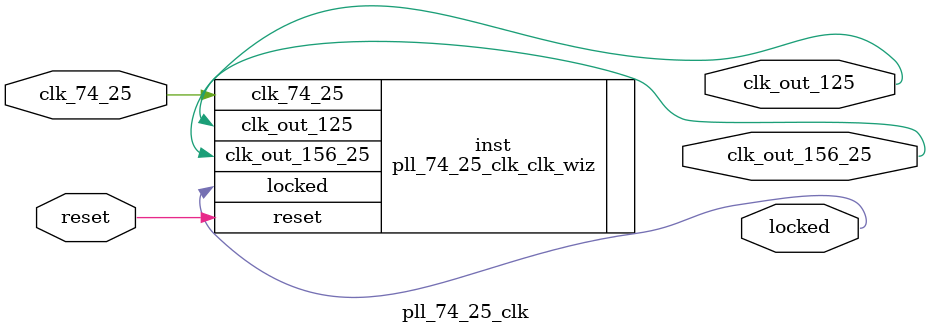
<source format=v>


`timescale 1ps/1ps

(* CORE_GENERATION_INFO = "pll_74_25_clk,clk_wiz_v6_0_4_0_0,{component_name=pll_74_25_clk,use_phase_alignment=false,use_min_o_jitter=false,use_max_i_jitter=false,use_dyn_phase_shift=false,use_inclk_switchover=false,use_dyn_reconfig=false,enable_axi=0,feedback_source=FDBK_AUTO,PRIMITIVE=PLL,num_out_clk=2,clkin1_period=13.468,clkin2_period=10.0,use_power_down=false,use_reset=true,use_locked=true,use_inclk_stopped=false,feedback_type=SINGLE,CLOCK_MGR_TYPE=NA,manual_override=false}" *)

module pll_74_25_clk 
 (
  // Clock out ports
  output        clk_out_125,
  output        clk_out_156_25,
  // Status and control signals
  input         reset,
  output        locked,
 // Clock in ports
  input         clk_74_25
 );

  pll_74_25_clk_clk_wiz inst
  (
  // Clock out ports  
  .clk_out_125(clk_out_125),
  .clk_out_156_25(clk_out_156_25),
  // Status and control signals               
  .reset(reset), 
  .locked(locked),
 // Clock in ports
  .clk_74_25(clk_74_25)
  );

endmodule

</source>
